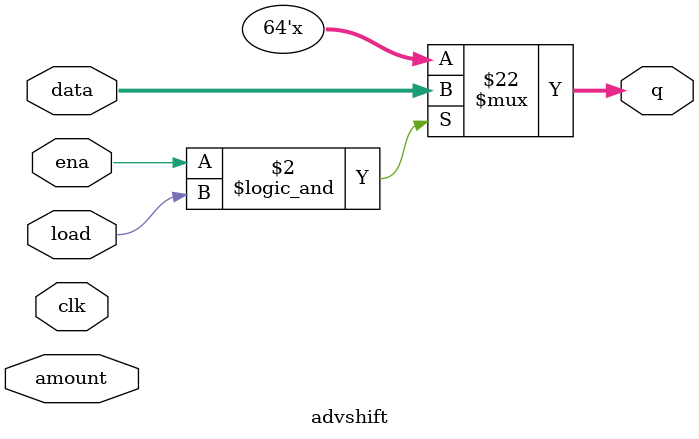
<source format=v>
module advshift(input clk,
input load,
input ena,
input [1:0] amount,
input [63:0] data,
output reg [63:0] q); 
// when load is high, assign data[63:0] to shift register q.
// if ena is high, shift q.
// amount: Chooses which direction and how much to shift.
// 2'b00: shift left by 1 bit.
// 2'b01: shift left by 8 bits.
// 2'b10: shift right by 1 bit.
// 2'b11: shift right by 8 bits.

	always @(clk)
	begin
	if (ena && load)
	begin 
	q <= data;	
	end
	else if (enrast)
	begin
	 
	case (amount)
	2'b00: q = { q[62:0], ~q[63] };
	2'b10: q = { q[59:0], q[63:2] };
	2'b11: q = { q[56:0], q[63:4] };
	2'b01: 
	q = { q[55:0], q[63:6] };
	endcase
	end
	end


endmodule

</source>
